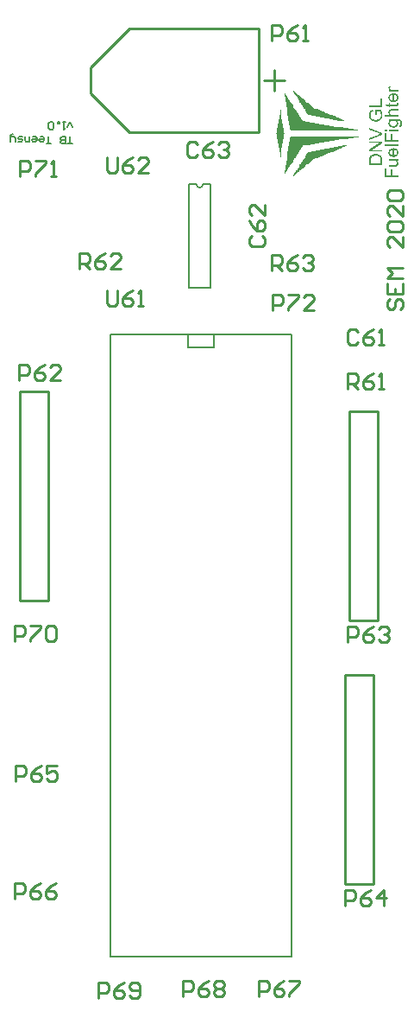
<source format=gto>
G04*
G04 #@! TF.GenerationSoftware,Altium Limited,Altium Designer,19.1.8 (144)*
G04*
G04 Layer_Color=65535*
%FSLAX25Y25*%
%MOIN*%
G70*
G01*
G75*
%ADD10C,0.00787*%
%ADD11C,0.01000*%
%ADD12C,0.00591*%
G36*
X119064Y368183D02*
X119356D01*
Y367891D01*
X119648D01*
Y367598D01*
X119941D01*
Y367306D01*
X120233D01*
Y367014D01*
X120817D01*
Y366722D01*
X121110D01*
Y366429D01*
X121402D01*
Y366137D01*
X121694D01*
Y365845D01*
X121987D01*
Y365552D01*
X122571D01*
Y365260D01*
X122863D01*
Y364968D01*
X123156D01*
Y364676D01*
X123448D01*
Y364383D01*
X123740D01*
Y364091D01*
X124325D01*
Y363799D01*
X124617D01*
Y363507D01*
X124909D01*
Y363214D01*
X125201D01*
Y362922D01*
X125494D01*
Y362630D01*
X126078D01*
Y362338D01*
X126371D01*
Y362045D01*
X126663D01*
Y361753D01*
X127540D01*
Y361461D01*
X128124D01*
Y361169D01*
X129001D01*
Y360876D01*
X129586D01*
Y360584D01*
X130462D01*
Y360292D01*
X131047D01*
Y359999D01*
X131924D01*
Y359707D01*
X132508D01*
Y359415D01*
X133385D01*
Y359123D01*
X133970D01*
Y358830D01*
X134846D01*
Y358538D01*
X135431D01*
Y358246D01*
X136308D01*
Y357954D01*
X136892D01*
Y357661D01*
X137769D01*
Y357369D01*
X138354D01*
Y357077D01*
X139231D01*
Y356784D01*
X137477D01*
Y357077D01*
X135723D01*
Y357369D01*
X133970D01*
Y357661D01*
X132508D01*
Y357954D01*
X130755D01*
Y358246D01*
X129001D01*
Y358538D01*
X127248D01*
Y358830D01*
X125494D01*
Y359123D01*
X124325D01*
Y359707D01*
X124032D01*
Y359999D01*
X123740D01*
Y360584D01*
X123448D01*
Y360876D01*
X123156D01*
Y361461D01*
X122863D01*
Y361753D01*
X122571D01*
Y362338D01*
X122279D01*
Y362922D01*
X121987D01*
Y363214D01*
X121694D01*
Y363799D01*
X121402D01*
Y364091D01*
X121110D01*
Y364676D01*
X120817D01*
Y364968D01*
X120525D01*
Y365552D01*
X120233D01*
Y366137D01*
X119941D01*
Y366429D01*
X119648D01*
Y367014D01*
X119356D01*
Y367306D01*
X119064D01*
Y367891D01*
X118772D01*
Y368475D01*
X119064D01*
Y368183D01*
D02*
G37*
G36*
X115557Y367014D02*
X115849D01*
Y366722D01*
X116141D01*
Y366137D01*
X116433D01*
Y365845D01*
X116726D01*
Y365260D01*
X117018D01*
Y364968D01*
X117310D01*
Y364383D01*
X117603D01*
Y364091D01*
X117895D01*
Y363507D01*
X118187D01*
Y363214D01*
X118479D01*
Y362630D01*
X118772D01*
Y362045D01*
X119064D01*
Y361753D01*
X119356D01*
Y361169D01*
X119648D01*
Y360876D01*
X119941D01*
Y360292D01*
X120233D01*
Y359999D01*
X120525D01*
Y359415D01*
X120817D01*
Y359123D01*
X121110D01*
Y358538D01*
X121402D01*
Y358246D01*
X121694D01*
Y357661D01*
X121987D01*
Y357369D01*
X122279D01*
Y356784D01*
X123156D01*
Y356492D01*
X124909D01*
Y356200D01*
X126955D01*
Y355908D01*
X128709D01*
Y355615D01*
X130462D01*
Y355323D01*
X132508D01*
Y355031D01*
X134262D01*
Y354738D01*
X136308D01*
Y354446D01*
X138061D01*
Y354154D01*
X139815D01*
Y353862D01*
X141861D01*
Y353569D01*
X143615D01*
Y353277D01*
X117603D01*
Y353569D01*
X117310D01*
Y355323D01*
X117018D01*
Y357077D01*
X116726D01*
Y358830D01*
X116433D01*
Y360584D01*
X116141D01*
Y362338D01*
X115849D01*
Y364383D01*
X115557D01*
Y366137D01*
X115264D01*
Y367598D01*
X115557D01*
Y367014D01*
D02*
G37*
G36*
X113803Y359415D02*
X114095D01*
Y357661D01*
X114388D01*
Y355908D01*
X114680D01*
Y354154D01*
X114972D01*
Y352400D01*
X115264D01*
Y351816D01*
X114972D01*
Y350062D01*
X114680D01*
Y348308D01*
X114388D01*
Y346555D01*
X114095D01*
Y344801D01*
X113803D01*
Y343048D01*
X113511D01*
Y344801D01*
X113218D01*
Y346555D01*
X112926D01*
Y348308D01*
X112634D01*
Y350062D01*
X112342D01*
Y351816D01*
X112049D01*
Y352400D01*
X112342D01*
Y354154D01*
X112634D01*
Y355908D01*
X112926D01*
Y357661D01*
X113218D01*
Y359415D01*
X113511D01*
Y361169D01*
X113803D01*
Y359415D01*
D02*
G37*
G36*
X143907Y350647D02*
X141861D01*
Y350354D01*
X140107D01*
Y350062D01*
X138061D01*
Y349770D01*
X136308D01*
Y349478D01*
X134554D01*
Y349185D01*
X132508D01*
Y348893D01*
X130755D01*
Y348601D01*
X128709D01*
Y348308D01*
X126955D01*
Y348016D01*
X125201D01*
Y347724D01*
X123156D01*
Y347432D01*
X122279D01*
Y346847D01*
X121987D01*
Y346555D01*
X121694D01*
Y345970D01*
X121402D01*
Y345678D01*
X121110D01*
Y345093D01*
X120817D01*
Y344801D01*
X120525D01*
Y344217D01*
X120233D01*
Y343924D01*
X119941D01*
Y343340D01*
X119648D01*
Y342755D01*
X119356D01*
Y342463D01*
X119064D01*
Y341879D01*
X118772D01*
Y341586D01*
X118479D01*
Y341002D01*
X118187D01*
Y340709D01*
X117895D01*
Y340125D01*
X117603D01*
Y339833D01*
X117310D01*
Y339248D01*
X117018D01*
Y338956D01*
X116726D01*
Y338371D01*
X116433D01*
Y338079D01*
X116141D01*
Y337494D01*
X115849D01*
Y337202D01*
X115557D01*
Y336618D01*
X115264D01*
Y338079D01*
X115557D01*
Y339833D01*
X115849D01*
Y341586D01*
X116141D01*
Y343632D01*
X116433D01*
Y345386D01*
X116726D01*
Y347139D01*
X117018D01*
Y348893D01*
X117310D01*
Y350647D01*
X117603D01*
Y350939D01*
X143907D01*
Y350647D01*
D02*
G37*
G36*
X139231Y347139D02*
X138646D01*
Y346847D01*
X137769D01*
Y346555D01*
X137185D01*
Y346263D01*
X136308D01*
Y345970D01*
X135723D01*
Y345678D01*
X134846D01*
Y345386D01*
X134262D01*
Y345093D01*
X133385D01*
Y344801D01*
X132801D01*
Y344509D01*
X131924D01*
Y344217D01*
X131339D01*
Y343924D01*
X130462D01*
Y343632D01*
X129878D01*
Y343340D01*
X129001D01*
Y343048D01*
X128417D01*
Y342755D01*
X127540D01*
Y342463D01*
X126955D01*
Y342171D01*
X126371D01*
Y341879D01*
X126078D01*
Y341586D01*
X125494D01*
Y341294D01*
X125201D01*
Y341002D01*
X124909D01*
Y340709D01*
X124617D01*
Y340417D01*
X124325D01*
Y340125D01*
X123740D01*
Y339833D01*
X123448D01*
Y339540D01*
X123156D01*
Y339248D01*
X122863D01*
Y338956D01*
X122571D01*
Y338664D01*
X121987D01*
Y338371D01*
X121694D01*
Y338079D01*
X121402D01*
Y337787D01*
X121110D01*
Y337494D01*
X120817D01*
Y337202D01*
X120233D01*
Y336910D01*
X119941D01*
Y336618D01*
X119648D01*
Y336325D01*
X119356D01*
Y336033D01*
X119064D01*
Y335741D01*
X118772D01*
Y336325D01*
X119064D01*
Y336910D01*
X119356D01*
Y337202D01*
X119648D01*
Y337787D01*
X119941D01*
Y338079D01*
X120233D01*
Y338664D01*
X120525D01*
Y338956D01*
X120817D01*
Y339540D01*
X121110D01*
Y340125D01*
X121402D01*
Y340417D01*
X121694D01*
Y341002D01*
X121987D01*
Y341294D01*
X122279D01*
Y341879D01*
X122571D01*
Y342171D01*
X122863D01*
Y342755D01*
X123156D01*
Y343340D01*
X123448D01*
Y343632D01*
X123740D01*
Y344217D01*
X124032D01*
Y344509D01*
X124325D01*
Y345093D01*
X125494D01*
Y345386D01*
X127248D01*
Y345678D01*
X129001D01*
Y345970D01*
X130755D01*
Y346263D01*
X132508D01*
Y346555D01*
X134262D01*
Y346847D01*
X136016D01*
Y347139D01*
X137769D01*
Y347432D01*
X139231D01*
Y347139D01*
D02*
G37*
G36*
X156183Y370124D02*
X156176Y370117D01*
X156161Y370088D01*
X156139Y370044D01*
X156117Y369986D01*
X156096Y369920D01*
X156074Y369840D01*
X156059Y369760D01*
X156052Y369680D01*
Y369643D01*
X156059Y369607D01*
X156066Y369556D01*
X156081Y369505D01*
X156103Y369439D01*
X156132Y369373D01*
X156176Y369315D01*
X156183Y369308D01*
X156198Y369286D01*
X156227Y369264D01*
X156263Y369228D01*
X156314Y369191D01*
X156373Y369155D01*
X156438Y369118D01*
X156518Y369089D01*
X156533Y369082D01*
X156577Y369075D01*
X156642Y369060D01*
X156730Y369038D01*
X156839Y369016D01*
X156963Y369002D01*
X157094Y368994D01*
X157240Y368987D01*
X159150D01*
Y368368D01*
X155491D01*
Y368929D01*
X156044D01*
X156037Y368936D01*
X155986Y368965D01*
X155921Y369002D01*
X155840Y369060D01*
X155760Y369118D01*
X155673Y369184D01*
X155600Y369250D01*
X155542Y369315D01*
X155534Y369322D01*
X155520Y369344D01*
X155498Y369388D01*
X155476Y369432D01*
X155454Y369490D01*
X155432Y369563D01*
X155418Y369636D01*
X155410Y369716D01*
Y369767D01*
X155418Y369833D01*
X155432Y369913D01*
X155461Y370008D01*
X155498Y370110D01*
X155549Y370226D01*
X155614Y370350D01*
X156183Y370124D01*
D02*
G37*
G36*
X157481Y367609D02*
Y364876D01*
X157488D01*
X157510D01*
X157539Y364883D01*
X157583D01*
X157634Y364890D01*
X157692Y364905D01*
X157823Y364927D01*
X157969Y364970D01*
X158129Y365029D01*
X158275Y365109D01*
X158406Y365211D01*
Y365218D01*
X158421Y365226D01*
X158458Y365269D01*
X158509Y365335D01*
X158560Y365422D01*
X158618Y365539D01*
X158669Y365670D01*
X158705Y365816D01*
X158713Y365896D01*
X158720Y365984D01*
Y366042D01*
X158713Y366108D01*
X158698Y366188D01*
X158676Y366275D01*
X158647Y366377D01*
X158603Y366472D01*
X158545Y366567D01*
X158538Y366574D01*
X158509Y366611D01*
X158465Y366654D01*
X158406Y366705D01*
X158326Y366764D01*
X158224Y366829D01*
X158108Y366895D01*
X157969Y366953D01*
X158049Y367595D01*
X158056D01*
X158071Y367587D01*
X158100Y367580D01*
X158144Y367565D01*
X158188Y367544D01*
X158246Y367522D01*
X158370Y367463D01*
X158509Y367391D01*
X158654Y367288D01*
X158793Y367172D01*
X158924Y367026D01*
Y367019D01*
X158939Y367004D01*
X158953Y366982D01*
X158975Y366953D01*
X158997Y366910D01*
X159019Y366866D01*
X159048Y366807D01*
X159077Y366742D01*
X159106Y366669D01*
X159135Y366596D01*
X159179Y366414D01*
X159216Y366210D01*
X159230Y365984D01*
Y365903D01*
X159223Y365852D01*
X159216Y365787D01*
X159201Y365707D01*
X159186Y365619D01*
X159172Y365524D01*
X159114Y365320D01*
X159070Y365211D01*
X159026Y365109D01*
X158968Y365000D01*
X158902Y364897D01*
X158829Y364803D01*
X158742Y364708D01*
X158735Y364701D01*
X158720Y364686D01*
X158691Y364664D01*
X158647Y364635D01*
X158596Y364598D01*
X158538Y364562D01*
X158465Y364518D01*
X158385Y364475D01*
X158290Y364431D01*
X158188Y364387D01*
X158071Y364351D01*
X157947Y364314D01*
X157816Y364285D01*
X157670Y364263D01*
X157517Y364249D01*
X157357Y364241D01*
X157349D01*
X157313D01*
X157269D01*
X157204Y364249D01*
X157123Y364256D01*
X157036Y364263D01*
X156934Y364278D01*
X156832Y364300D01*
X156599Y364358D01*
X156482Y364394D01*
X156358Y364438D01*
X156241Y364496D01*
X156132Y364562D01*
X156023Y364635D01*
X155921Y364715D01*
X155913Y364722D01*
X155899Y364737D01*
X155877Y364766D01*
X155840Y364803D01*
X155804Y364846D01*
X155760Y364905D01*
X155709Y364970D01*
X155665Y365051D01*
X155614Y365131D01*
X155571Y365226D01*
X155527Y365328D01*
X155491Y365437D01*
X155454Y365553D01*
X155432Y365677D01*
X155418Y365809D01*
X155410Y365947D01*
Y366020D01*
X155418Y366071D01*
X155425Y366129D01*
X155439Y366202D01*
X155454Y366283D01*
X155476Y366377D01*
X155498Y366465D01*
X155534Y366567D01*
X155571Y366662D01*
X155622Y366764D01*
X155680Y366866D01*
X155746Y366968D01*
X155826Y367062D01*
X155913Y367150D01*
X155921Y367157D01*
X155935Y367172D01*
X155964Y367194D01*
X156008Y367223D01*
X156059Y367259D01*
X156117Y367296D01*
X156190Y367340D01*
X156278Y367383D01*
X156373Y367427D01*
X156475Y367471D01*
X156591Y367507D01*
X156715Y367544D01*
X156854Y367573D01*
X157000Y367595D01*
X157153Y367609D01*
X157320Y367617D01*
X157327D01*
X157357D01*
X157408D01*
X157481Y367609D01*
D02*
G37*
G36*
X159150Y363906D02*
X159157Y363877D01*
X159165Y363826D01*
X159172Y363760D01*
X159186Y363687D01*
X159194Y363607D01*
X159201Y363447D01*
Y363388D01*
X159194Y363330D01*
X159186Y363257D01*
X159179Y363170D01*
X159157Y363082D01*
X159135Y363002D01*
X159099Y362922D01*
X159092Y362914D01*
X159077Y362893D01*
X159055Y362863D01*
X159019Y362820D01*
X158982Y362783D01*
X158931Y362740D01*
X158880Y362696D01*
X158815Y362667D01*
X158807D01*
X158778Y362652D01*
X158727Y362645D01*
X158654Y362630D01*
X158560Y362616D01*
X158501Y362608D01*
X158436D01*
X158355Y362601D01*
X158275Y362594D01*
X158188D01*
X158086D01*
X155972D01*
Y362135D01*
X155491D01*
Y362594D01*
X154587D01*
X154215Y363213D01*
X155491D01*
Y363840D01*
X155972D01*
Y363213D01*
X158122D01*
X158137D01*
X158166D01*
X158210D01*
X158261Y363221D01*
X158377Y363228D01*
X158428Y363235D01*
X158465Y363243D01*
X158479Y363250D01*
X158509Y363272D01*
X158545Y363301D01*
X158581Y363352D01*
X158589Y363367D01*
X158603Y363403D01*
X158618Y363469D01*
X158625Y363563D01*
Y363636D01*
X158618Y363673D01*
Y363724D01*
X158611Y363782D01*
X158603Y363840D01*
X159150Y363921D01*
Y363906D01*
D02*
G37*
G36*
X153009Y362324D02*
X147964D01*
Y362995D01*
X152411D01*
Y365481D01*
X153009D01*
Y362324D01*
D02*
G37*
G36*
X159150Y360917D02*
X156832D01*
X156825D01*
X156810D01*
X156788D01*
X156759D01*
X156679Y360910D01*
X156577Y360895D01*
X156467Y360866D01*
X156358Y360830D01*
X156249Y360779D01*
X156161Y360713D01*
X156154Y360706D01*
X156125Y360677D01*
X156088Y360633D01*
X156052Y360567D01*
X156008Y360487D01*
X155979Y360392D01*
X155950Y360276D01*
X155942Y360144D01*
Y360101D01*
X155950Y360050D01*
X155957Y359977D01*
X155979Y359904D01*
X156001Y359816D01*
X156037Y359729D01*
X156088Y359634D01*
X156096Y359627D01*
X156117Y359598D01*
X156147Y359554D01*
X156190Y359503D01*
X156249Y359444D01*
X156314Y359386D01*
X156394Y359335D01*
X156482Y359291D01*
X156497Y359284D01*
X156526Y359277D01*
X156584Y359262D01*
X156657Y359240D01*
X156752Y359219D01*
X156868Y359204D01*
X157000Y359197D01*
X157153Y359189D01*
X159150D01*
Y358570D01*
X154105D01*
Y359189D01*
X155913D01*
X155906Y359197D01*
X155891Y359211D01*
X155870Y359233D01*
X155833Y359269D01*
X155797Y359306D01*
X155753Y359357D01*
X155709Y359423D01*
X155658Y359488D01*
X155614Y359561D01*
X155571Y359641D01*
X155491Y359831D01*
X155454Y359933D01*
X155432Y360042D01*
X155418Y360159D01*
X155410Y360276D01*
Y360341D01*
X155418Y360421D01*
X155432Y360516D01*
X155447Y360626D01*
X155476Y360742D01*
X155520Y360859D01*
X155571Y360975D01*
X155578Y360990D01*
X155600Y361026D01*
X155636Y361077D01*
X155687Y361143D01*
X155753Y361209D01*
X155826Y361282D01*
X155913Y361347D01*
X156015Y361405D01*
X156030Y361413D01*
X156066Y361427D01*
X156132Y361449D01*
X156227Y361471D01*
X156343Y361493D01*
X156482Y361515D01*
X156650Y361529D01*
X156839Y361537D01*
X159150D01*
Y360917D01*
D02*
G37*
G36*
X152316Y361362D02*
X152324Y361347D01*
X152346Y361318D01*
X152375Y361282D01*
X152404Y361238D01*
X152440Y361187D01*
X152484Y361121D01*
X152528Y361056D01*
X152623Y360903D01*
X152725Y360728D01*
X152819Y360545D01*
X152900Y360349D01*
Y360341D01*
X152907Y360327D01*
X152914Y360297D01*
X152929Y360261D01*
X152943Y360210D01*
X152965Y360152D01*
X152980Y360086D01*
X152994Y360020D01*
X153031Y359860D01*
X153067Y359678D01*
X153089Y359481D01*
X153096Y359277D01*
Y359204D01*
X153089Y359153D01*
Y359087D01*
X153082Y359007D01*
X153067Y358920D01*
X153060Y358825D01*
X153016Y358613D01*
X152965Y358387D01*
X152885Y358154D01*
X152841Y358037D01*
X152783Y357921D01*
X152776Y357914D01*
X152768Y357892D01*
X152746Y357863D01*
X152725Y357819D01*
X152688Y357768D01*
X152652Y357717D01*
X152550Y357578D01*
X152418Y357433D01*
X152258Y357279D01*
X152076Y357134D01*
X151864Y357002D01*
X151857D01*
X151835Y356988D01*
X151806Y356973D01*
X151755Y356951D01*
X151704Y356929D01*
X151631Y356908D01*
X151558Y356878D01*
X151471Y356849D01*
X151376Y356820D01*
X151267Y356791D01*
X151157Y356769D01*
X151041Y356747D01*
X150786Y356711D01*
X150516Y356696D01*
X150508D01*
X150479D01*
X150443D01*
X150392Y356703D01*
X150326D01*
X150246Y356711D01*
X150166Y356725D01*
X150071Y356733D01*
X149969Y356754D01*
X149860Y356769D01*
X149626Y356827D01*
X149386Y356900D01*
X149145Y357002D01*
X149138Y357010D01*
X149116Y357017D01*
X149087Y357031D01*
X149043Y357061D01*
X148985Y357090D01*
X148926Y357126D01*
X148788Y357228D01*
X148628Y357352D01*
X148475Y357505D01*
X148321Y357680D01*
X148256Y357782D01*
X148190Y357884D01*
X148183Y357892D01*
X148176Y357914D01*
X148161Y357943D01*
X148139Y357986D01*
X148117Y358045D01*
X148088Y358110D01*
X148059Y358183D01*
X148030Y358271D01*
X148001Y358366D01*
X147979Y358468D01*
X147950Y358577D01*
X147928Y358694D01*
X147891Y358949D01*
X147877Y359080D01*
Y359313D01*
X147884Y359357D01*
Y359415D01*
X147899Y359554D01*
X147921Y359707D01*
X147957Y359867D01*
X148001Y360042D01*
X148059Y360210D01*
Y360217D01*
X148066Y360232D01*
X148074Y360254D01*
X148088Y360283D01*
X148132Y360363D01*
X148183Y360465D01*
X148256Y360574D01*
X148343Y360691D01*
X148438Y360800D01*
X148555Y360903D01*
X148569Y360917D01*
X148613Y360946D01*
X148679Y360990D01*
X148774Y361048D01*
X148890Y361107D01*
X149036Y361172D01*
X149196Y361238D01*
X149379Y361289D01*
X149539Y360684D01*
X149532D01*
X149524Y360677D01*
X149503Y360669D01*
X149473Y360662D01*
X149408Y360640D01*
X149320Y360611D01*
X149218Y360567D01*
X149123Y360516D01*
X149021Y360465D01*
X148934Y360400D01*
X148926Y360392D01*
X148897Y360370D01*
X148861Y360327D01*
X148810Y360276D01*
X148752Y360210D01*
X148693Y360122D01*
X148635Y360028D01*
X148584Y359918D01*
X148577Y359904D01*
X148562Y359867D01*
X148540Y359802D01*
X148511Y359714D01*
X148489Y359612D01*
X148467Y359495D01*
X148453Y359364D01*
X148445Y359226D01*
Y359146D01*
X148453Y359109D01*
Y359065D01*
X148460Y358956D01*
X148482Y358832D01*
X148504Y358694D01*
X148540Y358562D01*
X148591Y358431D01*
X148599Y358417D01*
X148613Y358373D01*
X148650Y358314D01*
X148686Y358242D01*
X148744Y358154D01*
X148803Y358059D01*
X148875Y357972D01*
X148956Y357892D01*
X148963Y357884D01*
X148992Y357855D01*
X149043Y357819D01*
X149101Y357775D01*
X149174Y357724D01*
X149262Y357673D01*
X149357Y357622D01*
X149459Y357571D01*
X149466D01*
X149481Y357564D01*
X149503Y357556D01*
X149539Y357542D01*
X149583Y357527D01*
X149634Y357513D01*
X149692Y357491D01*
X149758Y357476D01*
X149911Y357440D01*
X150086Y357411D01*
X150268Y357389D01*
X150472Y357381D01*
X150479D01*
X150501D01*
X150538D01*
X150581Y357389D01*
X150640D01*
X150713Y357396D01*
X150786Y357403D01*
X150866Y357411D01*
X151048Y357440D01*
X151237Y357476D01*
X151427Y357535D01*
X151609Y357607D01*
X151617D01*
X151631Y357622D01*
X151653Y357629D01*
X151682Y357651D01*
X151762Y357702D01*
X151864Y357782D01*
X151974Y357877D01*
X152083Y357994D01*
X152185Y358132D01*
X152280Y358285D01*
Y358293D01*
X152287Y358307D01*
X152302Y358329D01*
X152316Y358366D01*
X152331Y358402D01*
X152346Y358453D01*
X152389Y358570D01*
X152426Y358716D01*
X152462Y358876D01*
X152491Y359051D01*
X152499Y359233D01*
Y359306D01*
X152491Y359350D01*
Y359394D01*
X152477Y359503D01*
X152462Y359634D01*
X152433Y359772D01*
X152389Y359926D01*
X152338Y360079D01*
Y360086D01*
X152331Y360101D01*
X152324Y360115D01*
X152309Y360144D01*
X152273Y360225D01*
X152229Y360312D01*
X152178Y360414D01*
X152120Y360523D01*
X152054Y360626D01*
X151981Y360713D01*
X151033D01*
Y359226D01*
X150436D01*
Y361369D01*
X152309D01*
X152316Y361362D01*
D02*
G37*
G36*
X158858Y357622D02*
X158939D01*
X159026Y357615D01*
X159121Y357607D01*
X159318Y357586D01*
X159522Y357556D01*
X159617Y357535D01*
X159704Y357513D01*
X159784Y357484D01*
X159857Y357454D01*
X159864D01*
X159872Y357447D01*
X159915Y357418D01*
X159981Y357381D01*
X160061Y357323D01*
X160149Y357243D01*
X160244Y357148D01*
X160338Y357031D01*
X160418Y356900D01*
Y356893D01*
X160426Y356886D01*
X160440Y356864D01*
X160448Y356835D01*
X160469Y356798D01*
X160484Y356754D01*
X160521Y356645D01*
X160564Y356514D01*
X160593Y356353D01*
X160623Y356171D01*
X160630Y355974D01*
Y355909D01*
X160623Y355865D01*
Y355807D01*
X160615Y355749D01*
X160608Y355676D01*
X160593Y355595D01*
X160557Y355428D01*
X160506Y355253D01*
X160433Y355078D01*
X160331Y354917D01*
X160324Y354910D01*
X160317Y354903D01*
X160273Y354852D01*
X160207Y354794D01*
X160112Y354721D01*
X159988Y354648D01*
X159835Y354582D01*
X159748Y354560D01*
X159653Y354546D01*
X159558Y354531D01*
X159449D01*
X159529Y355136D01*
X159544D01*
X159573Y355143D01*
X159624Y355158D01*
X159689Y355173D01*
X159755Y355202D01*
X159821Y355238D01*
X159886Y355282D01*
X159937Y355340D01*
X159945Y355355D01*
X159967Y355384D01*
X159996Y355435D01*
X160025Y355508D01*
X160061Y355595D01*
X160090Y355705D01*
X160112Y355836D01*
X160120Y355974D01*
Y356047D01*
X160112Y356120D01*
X160098Y356222D01*
X160076Y356324D01*
X160047Y356434D01*
X160003Y356543D01*
X159945Y356638D01*
X159937Y356645D01*
X159915Y356674D01*
X159872Y356718D01*
X159821Y356769D01*
X159748Y356820D01*
X159668Y356871D01*
X159573Y356922D01*
X159464Y356959D01*
X159456D01*
X159427Y356966D01*
X159369Y356973D01*
X159296Y356980D01*
X159245Y356988D01*
X159186D01*
X159121Y356995D01*
X159048D01*
X158968D01*
X158873Y357002D01*
X158778D01*
X158669D01*
X158676Y356995D01*
X158691Y356980D01*
X158713Y356959D01*
X158742Y356929D01*
X158778Y356893D01*
X158822Y356842D01*
X158866Y356784D01*
X158909Y356725D01*
X158997Y356572D01*
X159077Y356405D01*
X159106Y356310D01*
X159128Y356208D01*
X159143Y356098D01*
X159150Y355989D01*
Y355953D01*
X159143Y355916D01*
Y355865D01*
X159135Y355800D01*
X159121Y355727D01*
X159106Y355646D01*
X159084Y355559D01*
X159055Y355464D01*
X159019Y355369D01*
X158975Y355275D01*
X158924Y355173D01*
X158858Y355078D01*
X158785Y354983D01*
X158705Y354895D01*
X158611Y354815D01*
X158603Y354808D01*
X158589Y354801D01*
X158552Y354779D01*
X158516Y354750D01*
X158458Y354721D01*
X158399Y354684D01*
X158326Y354648D01*
X158239Y354611D01*
X158151Y354575D01*
X158049Y354538D01*
X157947Y354502D01*
X157831Y354473D01*
X157583Y354422D01*
X157444Y354414D01*
X157306Y354407D01*
X157298D01*
X157284D01*
X157255D01*
X157218D01*
X157167Y354414D01*
X157116D01*
X156985Y354429D01*
X156839Y354451D01*
X156679Y354487D01*
X156511Y354531D01*
X156343Y354597D01*
X156336D01*
X156322Y354604D01*
X156300Y354619D01*
X156271Y354633D01*
X156190Y354677D01*
X156088Y354735D01*
X155979Y354815D01*
X155870Y354910D01*
X155753Y355019D01*
X155658Y355143D01*
Y355151D01*
X155651Y355158D01*
X155636Y355180D01*
X155622Y355209D01*
X155578Y355282D01*
X155534Y355384D01*
X155491Y355508D01*
X155447Y355654D01*
X155418Y355814D01*
X155410Y355989D01*
Y356055D01*
X155418Y356098D01*
X155425Y356149D01*
X155439Y356215D01*
X155454Y356288D01*
X155476Y356368D01*
X155505Y356448D01*
X155542Y356536D01*
X155585Y356623D01*
X155636Y356718D01*
X155695Y356805D01*
X155768Y356893D01*
X155848Y356980D01*
X155942Y357061D01*
X155491D01*
Y357629D01*
X158654D01*
X158662D01*
X158691D01*
X158735D01*
X158793D01*
X158858Y357622D01*
D02*
G37*
G36*
X159150Y353080D02*
X155491D01*
Y353700D01*
X159150D01*
Y353080D01*
D02*
G37*
G36*
X154813D02*
X154105D01*
Y353700D01*
X154813D01*
Y353080D01*
D02*
G37*
G36*
X153009Y352337D02*
Y351637D01*
X147964Y349683D01*
Y350412D01*
X151631Y351724D01*
X151638D01*
X151653Y351732D01*
X151675Y351739D01*
X151704Y351753D01*
X151748Y351761D01*
X151792Y351775D01*
X151901Y351812D01*
X152025Y351856D01*
X152163Y351899D01*
X152455Y351987D01*
X152448D01*
X152433Y351994D01*
X152411Y352001D01*
X152382Y352009D01*
X152302Y352031D01*
X152192Y352067D01*
X152068Y352103D01*
X151930Y352147D01*
X151784Y352198D01*
X151631Y352257D01*
X147964Y353627D01*
Y354305D01*
X153009Y352337D01*
D02*
G37*
G36*
X154703Y349552D02*
X156263D01*
Y351921D01*
X156861D01*
Y349552D01*
X159150D01*
Y348881D01*
X154105D01*
Y352293D01*
X154703D01*
Y349552D01*
D02*
G37*
G36*
X159150Y347190D02*
X154105D01*
Y347810D01*
X159150D01*
Y347190D01*
D02*
G37*
G36*
X153009Y348393D02*
X149050Y345754D01*
X153009D01*
Y345112D01*
X147964D01*
Y345798D01*
X151930Y348444D01*
X147964D01*
Y349085D01*
X153009D01*
Y348393D01*
D02*
G37*
G36*
X157481Y346439D02*
Y343705D01*
X157488D01*
X157510D01*
X157539Y343713D01*
X157583D01*
X157634Y343720D01*
X157692Y343735D01*
X157823Y343756D01*
X157969Y343800D01*
X158129Y343859D01*
X158275Y343939D01*
X158406Y344041D01*
Y344048D01*
X158421Y344055D01*
X158458Y344099D01*
X158509Y344165D01*
X158560Y344252D01*
X158618Y344369D01*
X158669Y344500D01*
X158705Y344646D01*
X158713Y344726D01*
X158720Y344813D01*
Y344872D01*
X158713Y344937D01*
X158698Y345018D01*
X158676Y345105D01*
X158647Y345207D01*
X158603Y345302D01*
X158545Y345397D01*
X158538Y345404D01*
X158509Y345440D01*
X158465Y345484D01*
X158406Y345535D01*
X158326Y345594D01*
X158224Y345659D01*
X158108Y345725D01*
X157969Y345783D01*
X158049Y346425D01*
X158056D01*
X158071Y346417D01*
X158100Y346410D01*
X158144Y346395D01*
X158188Y346374D01*
X158246Y346352D01*
X158370Y346293D01*
X158509Y346220D01*
X158654Y346118D01*
X158793Y346002D01*
X158924Y345856D01*
Y345849D01*
X158939Y345834D01*
X158953Y345812D01*
X158975Y345783D01*
X158997Y345739D01*
X159019Y345696D01*
X159048Y345637D01*
X159077Y345572D01*
X159106Y345499D01*
X159135Y345426D01*
X159179Y345244D01*
X159216Y345039D01*
X159230Y344813D01*
Y344733D01*
X159223Y344682D01*
X159216Y344617D01*
X159201Y344536D01*
X159186Y344449D01*
X159172Y344354D01*
X159114Y344150D01*
X159070Y344041D01*
X159026Y343939D01*
X158968Y343829D01*
X158902Y343727D01*
X158829Y343633D01*
X158742Y343538D01*
X158735Y343530D01*
X158720Y343516D01*
X158691Y343494D01*
X158647Y343465D01*
X158596Y343428D01*
X158538Y343392D01*
X158465Y343348D01*
X158385Y343304D01*
X158290Y343261D01*
X158188Y343217D01*
X158071Y343180D01*
X157947Y343144D01*
X157816Y343115D01*
X157670Y343093D01*
X157517Y343078D01*
X157357Y343071D01*
X157349D01*
X157313D01*
X157269D01*
X157204Y343078D01*
X157123Y343086D01*
X157036Y343093D01*
X156934Y343108D01*
X156832Y343129D01*
X156599Y343188D01*
X156482Y343224D01*
X156358Y343268D01*
X156241Y343326D01*
X156132Y343392D01*
X156023Y343465D01*
X155921Y343545D01*
X155913Y343552D01*
X155899Y343567D01*
X155877Y343596D01*
X155840Y343633D01*
X155804Y343676D01*
X155760Y343735D01*
X155709Y343800D01*
X155665Y343880D01*
X155614Y343960D01*
X155571Y344055D01*
X155527Y344157D01*
X155491Y344267D01*
X155454Y344383D01*
X155432Y344507D01*
X155418Y344638D01*
X155410Y344777D01*
Y344850D01*
X155418Y344901D01*
X155425Y344959D01*
X155439Y345032D01*
X155454Y345112D01*
X155476Y345207D01*
X155498Y345295D01*
X155534Y345397D01*
X155571Y345491D01*
X155622Y345594D01*
X155680Y345696D01*
X155746Y345798D01*
X155826Y345892D01*
X155913Y345980D01*
X155921Y345987D01*
X155935Y346002D01*
X155964Y346024D01*
X156008Y346053D01*
X156059Y346089D01*
X156117Y346126D01*
X156190Y346169D01*
X156278Y346213D01*
X156373Y346257D01*
X156475Y346301D01*
X156591Y346337D01*
X156715Y346374D01*
X156854Y346403D01*
X157000Y346425D01*
X157153Y346439D01*
X157320Y346446D01*
X157327D01*
X157357D01*
X157408D01*
X157481Y346439D01*
D02*
G37*
G36*
X150610Y344194D02*
X150669D01*
X150807Y344186D01*
X150968Y344165D01*
X151135Y344143D01*
X151310Y344106D01*
X151485Y344063D01*
X151493D01*
X151507Y344055D01*
X151529Y344048D01*
X151558Y344041D01*
X151638Y344012D01*
X151741Y343968D01*
X151857Y343924D01*
X151974Y343866D01*
X152098Y343793D01*
X152214Y343720D01*
X152229Y343713D01*
X152265Y343684D01*
X152316Y343640D01*
X152382Y343581D01*
X152455Y343516D01*
X152528Y343436D01*
X152608Y343355D01*
X152674Y343261D01*
X152681Y343246D01*
X152703Y343217D01*
X152732Y343166D01*
X152768Y343093D01*
X152812Y343005D01*
X152849Y342903D01*
X152892Y342787D01*
X152929Y342656D01*
Y342641D01*
X152936Y342619D01*
X152943Y342597D01*
X152951Y342524D01*
X152965Y342422D01*
X152980Y342306D01*
X152994Y342167D01*
X153002Y342014D01*
X153009Y341846D01*
Y340031D01*
X147964D01*
Y341970D01*
X147972Y342102D01*
X147979Y342247D01*
X147993Y342393D01*
X148015Y342539D01*
X148037Y342663D01*
Y342670D01*
X148045Y342685D01*
Y342707D01*
X148059Y342736D01*
X148081Y342816D01*
X148117Y342918D01*
X148168Y343035D01*
X148234Y343159D01*
X148307Y343283D01*
X148402Y343399D01*
X148409Y343407D01*
X148416Y343414D01*
X148438Y343436D01*
X148460Y343465D01*
X148533Y343538D01*
X148635Y343625D01*
X148759Y343720D01*
X148905Y343822D01*
X149072Y343917D01*
X149262Y343997D01*
X149269D01*
X149284Y344004D01*
X149313Y344019D01*
X149357Y344026D01*
X149408Y344048D01*
X149466Y344063D01*
X149532Y344077D01*
X149612Y344099D01*
X149692Y344121D01*
X149787Y344135D01*
X149991Y344172D01*
X150217Y344194D01*
X150465Y344201D01*
X150472D01*
X150487D01*
X150523D01*
X150559D01*
X150610Y344194D01*
D02*
G37*
G36*
X159150Y341759D02*
X158618D01*
X158625Y341752D01*
X158647Y341737D01*
X158676Y341715D01*
X158713Y341679D01*
X158756Y341635D01*
X158815Y341584D01*
X158866Y341526D01*
X158924Y341453D01*
X158982Y341373D01*
X159033Y341285D01*
X159084Y341190D01*
X159135Y341088D01*
X159172Y340972D01*
X159201Y340855D01*
X159223Y340724D01*
X159230Y340593D01*
Y340542D01*
X159223Y340476D01*
X159216Y340396D01*
X159201Y340301D01*
X159179Y340199D01*
X159150Y340097D01*
X159106Y339987D01*
X159099Y339973D01*
X159084Y339944D01*
X159055Y339893D01*
X159019Y339834D01*
X158975Y339761D01*
X158924Y339696D01*
X158866Y339630D01*
X158800Y339572D01*
X158793Y339565D01*
X158764Y339550D01*
X158727Y339528D01*
X158669Y339499D01*
X158603Y339463D01*
X158523Y339433D01*
X158436Y339404D01*
X158341Y339382D01*
X158334D01*
X158304Y339375D01*
X158261Y339368D01*
X158202D01*
X158115Y339360D01*
X158020Y339353D01*
X157896Y339346D01*
X157758D01*
X155491D01*
Y339966D01*
X157524D01*
X157532D01*
X157546D01*
X157568D01*
X157605D01*
X157685D01*
X157787Y339973D01*
X157896D01*
X158005Y339980D01*
X158100Y339987D01*
X158180Y340002D01*
X158188D01*
X158217Y340017D01*
X158261Y340031D01*
X158319Y340053D01*
X158377Y340090D01*
X158443Y340133D01*
X158501Y340184D01*
X158560Y340250D01*
X158567Y340257D01*
X158581Y340286D01*
X158603Y340323D01*
X158625Y340381D01*
X158654Y340447D01*
X158676Y340527D01*
X158691Y340614D01*
X158698Y340717D01*
Y340768D01*
X158691Y340819D01*
X158684Y340884D01*
X158662Y340964D01*
X158640Y341052D01*
X158603Y341147D01*
X158560Y341241D01*
X158552Y341256D01*
X158530Y341285D01*
X158501Y341329D01*
X158458Y341380D01*
X158399Y341438D01*
X158334Y341496D01*
X158261Y341547D01*
X158173Y341591D01*
X158159Y341599D01*
X158129Y341606D01*
X158071Y341620D01*
X157991Y341642D01*
X157889Y341664D01*
X157765Y341679D01*
X157619Y341686D01*
X157451Y341693D01*
X155491D01*
Y342313D01*
X159150D01*
Y341759D01*
D02*
G37*
G36*
X154703Y335832D02*
X156263D01*
Y338201D01*
X156861D01*
Y335832D01*
X159150D01*
Y335161D01*
X154105D01*
Y338573D01*
X154703D01*
Y335832D01*
D02*
G37*
%LPC*%
G36*
X156970Y366961D02*
X156963D01*
X156948D01*
X156927Y366953D01*
X156897D01*
X156810Y366939D01*
X156715Y366917D01*
X156599Y366880D01*
X156489Y366844D01*
X156380Y366786D01*
X156285Y366720D01*
X156278D01*
X156271Y366705D01*
X156227Y366669D01*
X156168Y366603D01*
X156103Y366516D01*
X156037Y366406D01*
X155979Y366275D01*
X155935Y366122D01*
X155928Y366042D01*
X155921Y365954D01*
Y365911D01*
X155928Y365882D01*
X155935Y365801D01*
X155957Y365707D01*
X155993Y365590D01*
X156044Y365466D01*
X156117Y365349D01*
X156212Y365233D01*
X156227Y365218D01*
X156263Y365189D01*
X156329Y365138D01*
X156416Y365087D01*
X156518Y365029D01*
X156650Y364978D01*
X156803Y364934D01*
X156970Y364912D01*
Y366961D01*
D02*
G37*
G36*
X157408Y357053D02*
X157284D01*
X157276D01*
X157255D01*
X157218D01*
X157175Y357046D01*
X157116D01*
X157051Y357039D01*
X156905Y357017D01*
X156737Y356980D01*
X156569Y356929D01*
X156402Y356856D01*
X156329Y356805D01*
X156263Y356754D01*
X156256D01*
X156249Y356740D01*
X156212Y356703D01*
X156154Y356638D01*
X156088Y356550D01*
X156030Y356448D01*
X155972Y356324D01*
X155935Y356186D01*
X155921Y356113D01*
Y355996D01*
X155928Y355967D01*
X155935Y355887D01*
X155964Y355792D01*
X156001Y355676D01*
X156066Y355559D01*
X156147Y355442D01*
X156205Y355384D01*
X156263Y355326D01*
X156271D01*
X156278Y355311D01*
X156300Y355296D01*
X156329Y355282D01*
X156358Y355260D01*
X156402Y355238D01*
X156453Y355209D01*
X156511Y355187D01*
X156577Y355158D01*
X156657Y355129D01*
X156737Y355107D01*
X156825Y355085D01*
X156927Y355070D01*
X157029Y355056D01*
X157138Y355041D01*
X157262D01*
X157269D01*
X157291D01*
X157327D01*
X157379Y355049D01*
X157437D01*
X157510Y355056D01*
X157663Y355078D01*
X157838Y355114D01*
X158005Y355158D01*
X158173Y355231D01*
X158246Y355275D01*
X158312Y355326D01*
X158326Y355340D01*
X158363Y355377D01*
X158414Y355435D01*
X158472Y355522D01*
X158538Y355625D01*
X158589Y355749D01*
X158625Y355887D01*
X158633Y355960D01*
X158640Y356040D01*
Y356084D01*
X158633Y356113D01*
X158625Y356193D01*
X158596Y356295D01*
X158560Y356405D01*
X158501Y356528D01*
X158421Y356645D01*
X158370Y356703D01*
X158312Y356762D01*
X158304D01*
X158297Y356776D01*
X158275Y356791D01*
X158246Y356805D01*
X158217Y356827D01*
X158173Y356856D01*
X158122Y356878D01*
X158056Y356908D01*
X157991Y356937D01*
X157918Y356959D01*
X157831Y356988D01*
X157736Y357010D01*
X157641Y357024D01*
X157532Y357039D01*
X157408Y357053D01*
D02*
G37*
G36*
X156970Y345790D02*
X156963D01*
X156948D01*
X156927Y345783D01*
X156897D01*
X156810Y345768D01*
X156715Y345747D01*
X156599Y345710D01*
X156489Y345674D01*
X156380Y345615D01*
X156285Y345550D01*
X156278D01*
X156271Y345535D01*
X156227Y345499D01*
X156168Y345433D01*
X156103Y345346D01*
X156037Y345236D01*
X155979Y345105D01*
X155935Y344952D01*
X155928Y344872D01*
X155921Y344784D01*
Y344741D01*
X155928Y344711D01*
X155935Y344631D01*
X155957Y344536D01*
X155993Y344420D01*
X156044Y344296D01*
X156117Y344179D01*
X156212Y344063D01*
X156227Y344048D01*
X156263Y344019D01*
X156329Y343968D01*
X156416Y343917D01*
X156518Y343859D01*
X156650Y343807D01*
X156803Y343764D01*
X156970Y343742D01*
Y345790D01*
D02*
G37*
G36*
X150450Y343516D02*
X150443D01*
X150414D01*
X150377D01*
X150319Y343509D01*
X150253D01*
X150180Y343501D01*
X150093Y343494D01*
X150005Y343487D01*
X149809Y343450D01*
X149604Y343407D01*
X149415Y343341D01*
X149320Y343297D01*
X149240Y343253D01*
X149233D01*
X149218Y343239D01*
X149196Y343224D01*
X149167Y343210D01*
X149094Y343151D01*
X149007Y343078D01*
X148912Y342984D01*
X148817Y342874D01*
X148737Y342750D01*
X148671Y342619D01*
X148664Y342605D01*
X148657Y342568D01*
X148635Y342502D01*
X148613Y342408D01*
X148599Y342291D01*
X148577Y342145D01*
X148569Y342058D01*
Y341963D01*
X148562Y341868D01*
Y340702D01*
X152411D01*
Y341898D01*
X152404Y341949D01*
X152397Y342058D01*
X152389Y342182D01*
X152375Y342313D01*
X152353Y342444D01*
X152324Y342554D01*
X152316Y342568D01*
X152309Y342605D01*
X152287Y342656D01*
X152258Y342721D01*
X152214Y342794D01*
X152171Y342867D01*
X152120Y342940D01*
X152061Y343013D01*
X152047Y343020D01*
X152017Y343049D01*
X151967Y343093D01*
X151894Y343144D01*
X151799Y343202D01*
X151690Y343268D01*
X151566Y343326D01*
X151427Y343377D01*
X151420D01*
X151405Y343385D01*
X151383Y343392D01*
X151354Y343399D01*
X151318Y343407D01*
X151267Y343421D01*
X151216Y343436D01*
X151157Y343450D01*
X151012Y343472D01*
X150844Y343494D01*
X150654Y343509D01*
X150450Y343516D01*
D02*
G37*
%LPD*%
D10*
X81230Y332520D02*
G03*
X83730Y332520I1250J0D01*
G01*
X87894Y269744D02*
Y274744D01*
X77894Y269744D02*
X87894D01*
X77894D02*
Y274744D01*
X47894Y34744D02*
Y274744D01*
Y34744D02*
X117894D01*
Y274744D01*
X47894D02*
X117894D01*
X78189Y292520D02*
Y332520D01*
Y292520D02*
X86772D01*
Y332520D01*
X83730D02*
X86772D01*
X78189D02*
X81230D01*
D11*
X138484Y62500D02*
Y143209D01*
X149508D01*
Y62500D02*
Y143209D01*
X138484Y62500D02*
X149508D01*
X140354Y244921D02*
X151378D01*
X140354Y164213D02*
Y244921D01*
Y164213D02*
X151378D01*
Y244921D01*
X105347Y352500D02*
Y392500D01*
X55347Y352500D02*
X105347D01*
X40347Y367500D02*
X55347Y352500D01*
X40347Y367500D02*
Y377500D01*
X55347Y392500D01*
X105347D01*
X111331Y368500D02*
Y376500D01*
X107331Y372500D02*
X115331D01*
X12992Y171968D02*
X24016D01*
Y252677D01*
X12992D02*
X24016D01*
X12992Y171968D02*
Y252677D01*
X156025Y288251D02*
X155026Y287251D01*
Y285252D01*
X156025Y284252D01*
X157025D01*
X158025Y285252D01*
Y287251D01*
X159024Y288251D01*
X160024D01*
X161024Y287251D01*
Y285252D01*
X160024Y284252D01*
X155026Y294249D02*
Y290250D01*
X161024D01*
Y294249D01*
X158025Y290250D02*
Y292249D01*
X161024Y296248D02*
X155026D01*
X157025Y298247D01*
X155026Y300247D01*
X161024D01*
Y312243D02*
Y308244D01*
X157025Y312243D01*
X156025D01*
X155026Y311243D01*
Y309244D01*
X156025Y308244D01*
Y314242D02*
X155026Y315242D01*
Y317241D01*
X156025Y318241D01*
X160024D01*
X161024Y317241D01*
Y315242D01*
X160024Y314242D01*
X156025D01*
X161024Y324239D02*
Y320240D01*
X157025Y324239D01*
X156025D01*
X155026Y323239D01*
Y321240D01*
X156025Y320240D01*
Y326238D02*
X155026Y327238D01*
Y329237D01*
X156025Y330237D01*
X160024D01*
X161024Y329237D01*
Y327238D01*
X160024Y326238D01*
X156025D01*
X46457Y343085D02*
Y338086D01*
X47456Y337087D01*
X49456D01*
X50455Y338086D01*
Y343085D01*
X56453D02*
X54454Y342085D01*
X52455Y340086D01*
Y338086D01*
X53454Y337087D01*
X55454D01*
X56453Y338086D01*
Y339086D01*
X55454Y340086D01*
X52455D01*
X62451Y337087D02*
X58453D01*
X62451Y341085D01*
Y342085D01*
X61452Y343085D01*
X59452D01*
X58453Y342085D01*
X46457Y291431D02*
Y286433D01*
X47456Y285433D01*
X49456D01*
X50455Y286433D01*
Y291431D01*
X56454D02*
X54454Y290431D01*
X52455Y288432D01*
Y286433D01*
X53454Y285433D01*
X55454D01*
X56454Y286433D01*
Y287432D01*
X55454Y288432D01*
X52455D01*
X58453Y285433D02*
X60452D01*
X59452D01*
Y291431D01*
X58453Y290431D01*
X110236Y299213D02*
Y305211D01*
X113235D01*
X114235Y304211D01*
Y302212D01*
X113235Y301212D01*
X110236D01*
X112236D02*
X114235Y299213D01*
X120233Y305211D02*
X118234Y304211D01*
X116234Y302212D01*
Y300212D01*
X117234Y299213D01*
X119233D01*
X120233Y300212D01*
Y301212D01*
X119233Y302212D01*
X116234D01*
X122232Y304211D02*
X123232Y305211D01*
X125231D01*
X126231Y304211D01*
Y303211D01*
X125231Y302212D01*
X124232D01*
X125231D01*
X126231Y301212D01*
Y300212D01*
X125231Y299213D01*
X123232D01*
X122232Y300212D01*
X35827Y300000D02*
Y305998D01*
X38826D01*
X39825Y304998D01*
Y302999D01*
X38826Y301999D01*
X35827D01*
X37826D02*
X39825Y300000D01*
X45823Y305998D02*
X43824Y304998D01*
X41825Y302999D01*
Y301000D01*
X42825Y300000D01*
X44824D01*
X45823Y301000D01*
Y301999D01*
X44824Y302999D01*
X41825D01*
X51822Y300000D02*
X47823D01*
X51822Y303999D01*
Y304998D01*
X50822Y305998D01*
X48823D01*
X47823Y304998D01*
X139764Y253543D02*
Y259541D01*
X142763D01*
X143763Y258542D01*
Y256542D01*
X142763Y255543D01*
X139764D01*
X141763D02*
X143763Y253543D01*
X149760Y259541D02*
X147761Y258542D01*
X145762Y256542D01*
Y254543D01*
X146762Y253543D01*
X148761D01*
X149760Y254543D01*
Y255543D01*
X148761Y256542D01*
X145762D01*
X151760Y253543D02*
X153759D01*
X152760D01*
Y259541D01*
X151760Y258542D01*
X110630Y283858D02*
Y289856D01*
X113629D01*
X114629Y288857D01*
Y286857D01*
X113629Y285858D01*
X110630D01*
X116628Y289856D02*
X120627D01*
Y288857D01*
X116628Y284858D01*
Y283858D01*
X126625D02*
X122626D01*
X126625Y287857D01*
Y288857D01*
X125625Y289856D01*
X123626D01*
X122626Y288857D01*
X13047Y335757D02*
Y341756D01*
X16046D01*
X17045Y340756D01*
Y338756D01*
X16046Y337757D01*
X13047D01*
X19045Y341756D02*
X23043D01*
Y340756D01*
X19045Y336757D01*
Y335757D01*
X25043D02*
X27042D01*
X26042D01*
Y341756D01*
X25043Y340756D01*
X11024Y156299D02*
Y162297D01*
X14023D01*
X15022Y161298D01*
Y159298D01*
X14023Y158299D01*
X11024D01*
X17022Y162297D02*
X21020D01*
Y161298D01*
X17022Y157299D01*
Y156299D01*
X23020Y161298D02*
X24019Y162297D01*
X26019D01*
X27018Y161298D01*
Y157299D01*
X26019Y156299D01*
X24019D01*
X23020Y157299D01*
Y161298D01*
X43307Y18504D02*
Y24502D01*
X46306D01*
X47306Y23502D01*
Y21503D01*
X46306Y20503D01*
X43307D01*
X53304Y24502D02*
X51305Y23502D01*
X49305Y21503D01*
Y19504D01*
X50305Y18504D01*
X52304D01*
X53304Y19504D01*
Y20503D01*
X52304Y21503D01*
X49305D01*
X55303Y19504D02*
X56303Y18504D01*
X58302D01*
X59302Y19504D01*
Y23502D01*
X58302Y24502D01*
X56303D01*
X55303Y23502D01*
Y22503D01*
X56303Y21503D01*
X59302D01*
X75984Y19408D02*
Y25406D01*
X78983D01*
X79983Y24407D01*
Y22407D01*
X78983Y21407D01*
X75984D01*
X85981Y25406D02*
X83982Y24407D01*
X81982Y22407D01*
Y20408D01*
X82982Y19408D01*
X84981D01*
X85981Y20408D01*
Y21407D01*
X84981Y22407D01*
X81982D01*
X87980Y24407D02*
X88980Y25406D01*
X90979D01*
X91979Y24407D01*
Y23407D01*
X90979Y22407D01*
X91979Y21407D01*
Y20408D01*
X90979Y19408D01*
X88980D01*
X87980Y20408D01*
Y21407D01*
X88980Y22407D01*
X87980Y23407D01*
Y24407D01*
X88980Y22407D02*
X90979D01*
X105118Y19291D02*
Y25289D01*
X108117D01*
X109117Y24290D01*
Y22290D01*
X108117Y21291D01*
X105118D01*
X115115Y25289D02*
X113116Y24290D01*
X111116Y22290D01*
Y20291D01*
X112116Y19291D01*
X114115D01*
X115115Y20291D01*
Y21291D01*
X114115Y22290D01*
X111116D01*
X117114Y25289D02*
X121113D01*
Y24290D01*
X117114Y20291D01*
Y19291D01*
X11024Y57087D02*
Y63085D01*
X14023D01*
X15022Y62085D01*
Y60086D01*
X14023Y59086D01*
X11024D01*
X21020Y63085D02*
X19021Y62085D01*
X17022Y60086D01*
Y58086D01*
X18021Y57087D01*
X20021D01*
X21020Y58086D01*
Y59086D01*
X20021Y60086D01*
X17022D01*
X27018Y63085D02*
X25019Y62085D01*
X23020Y60086D01*
Y58086D01*
X24019Y57087D01*
X26019D01*
X27018Y58086D01*
Y59086D01*
X26019Y60086D01*
X23020D01*
X11417Y102362D02*
Y108360D01*
X14416D01*
X15416Y107361D01*
Y105361D01*
X14416Y104362D01*
X11417D01*
X21414Y108360D02*
X19415Y107361D01*
X17415Y105361D01*
Y103362D01*
X18415Y102362D01*
X20414D01*
X21414Y103362D01*
Y104362D01*
X20414Y105361D01*
X17415D01*
X27412Y108360D02*
X23413D01*
Y105361D01*
X25413Y106361D01*
X26412D01*
X27412Y105361D01*
Y103362D01*
X26412Y102362D01*
X24413D01*
X23413Y103362D01*
X138583Y54331D02*
Y60329D01*
X141582D01*
X142581Y59329D01*
Y57330D01*
X141582Y56330D01*
X138583D01*
X148579Y60329D02*
X146580Y59329D01*
X144581Y57330D01*
Y55330D01*
X145580Y54331D01*
X147580D01*
X148579Y55330D01*
Y56330D01*
X147580Y57330D01*
X144581D01*
X153578Y54331D02*
Y60329D01*
X150579Y57330D01*
X154578D01*
X139764Y155905D02*
Y161904D01*
X142763D01*
X143763Y160904D01*
Y158905D01*
X142763Y157905D01*
X139764D01*
X149760Y161904D02*
X147761Y160904D01*
X145762Y158905D01*
Y156905D01*
X146762Y155905D01*
X148761D01*
X149760Y156905D01*
Y157905D01*
X148761Y158905D01*
X145762D01*
X151760Y160904D02*
X152760Y161904D01*
X154759D01*
X155759Y160904D01*
Y159904D01*
X154759Y158905D01*
X153759D01*
X154759D01*
X155759Y157905D01*
Y156905D01*
X154759Y155905D01*
X152760D01*
X151760Y156905D01*
X12654Y257030D02*
Y263028D01*
X15653D01*
X16653Y262029D01*
Y260029D01*
X15653Y259030D01*
X12654D01*
X22651Y263028D02*
X20651Y262029D01*
X18652Y260029D01*
Y258030D01*
X19652Y257030D01*
X21651D01*
X22651Y258030D01*
Y259030D01*
X21651Y260029D01*
X18652D01*
X28649Y257030D02*
X24650D01*
X28649Y261029D01*
Y262029D01*
X27649Y263028D01*
X25650D01*
X24650Y262029D01*
X110236Y387795D02*
Y393793D01*
X113235D01*
X114235Y392794D01*
Y390794D01*
X113235Y389795D01*
X110236D01*
X120233Y393793D02*
X118234Y392794D01*
X116234Y390794D01*
Y388795D01*
X117234Y387795D01*
X119233D01*
X120233Y388795D01*
Y389795D01*
X119233Y390794D01*
X116234D01*
X122232Y387795D02*
X124232D01*
X123232D01*
Y393793D01*
X122232Y392794D01*
X81459Y347912D02*
X80460Y348911D01*
X78460D01*
X77461Y347912D01*
Y343913D01*
X78460Y342913D01*
X80460D01*
X81459Y343913D01*
X87457Y348911D02*
X85458Y347912D01*
X83459Y345912D01*
Y343913D01*
X84458Y342913D01*
X86458D01*
X87457Y343913D01*
Y344913D01*
X86458Y345912D01*
X83459D01*
X89457Y347912D02*
X90456Y348911D01*
X92456D01*
X93455Y347912D01*
Y346912D01*
X92456Y345912D01*
X91456D01*
X92456D01*
X93455Y344913D01*
Y343913D01*
X92456Y342913D01*
X90456D01*
X89457Y343913D01*
X102482Y312660D02*
X101482Y311660D01*
Y309661D01*
X102482Y308661D01*
X106481D01*
X107480Y309661D01*
Y311660D01*
X106481Y312660D01*
X101482Y318658D02*
X102482Y316659D01*
X104481Y314660D01*
X106481D01*
X107480Y315659D01*
Y317658D01*
X106481Y318658D01*
X105481D01*
X104481Y317658D01*
Y314660D01*
X107480Y324656D02*
Y320657D01*
X103482Y324656D01*
X102482D01*
X101482Y323657D01*
Y321657D01*
X102482Y320657D01*
X143763Y275471D02*
X142763Y276470D01*
X140763D01*
X139764Y275471D01*
Y271472D01*
X140763Y270472D01*
X142763D01*
X143763Y271472D01*
X149760Y276470D02*
X147761Y275471D01*
X145762Y273471D01*
Y271472D01*
X146762Y270472D01*
X148761D01*
X149760Y271472D01*
Y272472D01*
X148761Y273471D01*
X145762D01*
X151760Y270472D02*
X153759D01*
X152760D01*
Y276470D01*
X151760Y275471D01*
D12*
X33268Y348099D02*
X31431D01*
X32349D01*
Y350854D01*
X30513Y348099D02*
Y350854D01*
X29135D01*
X28676Y350395D01*
Y349936D01*
X29135Y349477D01*
X30513D01*
X29135D01*
X28676Y349018D01*
Y348559D01*
X29135Y348099D01*
X30513D01*
X25003D02*
X23166D01*
X24084D01*
Y350854D01*
X20870D02*
X21789D01*
X22248Y350395D01*
Y349477D01*
X21789Y349018D01*
X20870D01*
X20411Y349477D01*
Y349936D01*
X22248D01*
X18115Y350854D02*
X19034D01*
X19493Y350395D01*
Y349477D01*
X19034Y349018D01*
X18115D01*
X17656Y349477D01*
Y349936D01*
X19493D01*
X16738Y350854D02*
Y349018D01*
X15360D01*
X14901Y349477D01*
Y350854D01*
X13983D02*
X12605D01*
X12146Y350395D01*
X12605Y349936D01*
X13523D01*
X13983Y349477D01*
X13523Y349018D01*
X12146D01*
X11228D02*
Y350395D01*
X10768Y350854D01*
X9391D01*
Y351314D01*
X9850Y351773D01*
X10309D01*
X9391Y350854D02*
Y349018D01*
X33268Y354659D02*
X32349Y356496D01*
X31431Y354659D01*
X30513Y356496D02*
X29594D01*
X30053D01*
Y353741D01*
X30513Y354200D01*
X28217Y356496D02*
Y356037D01*
X27758D01*
Y356496D01*
X28217D01*
X25921Y354200D02*
X25462Y353741D01*
X24543D01*
X24084Y354200D01*
Y356037D01*
X24543Y356496D01*
X25462D01*
X25921Y356037D01*
Y354200D01*
M02*

</source>
